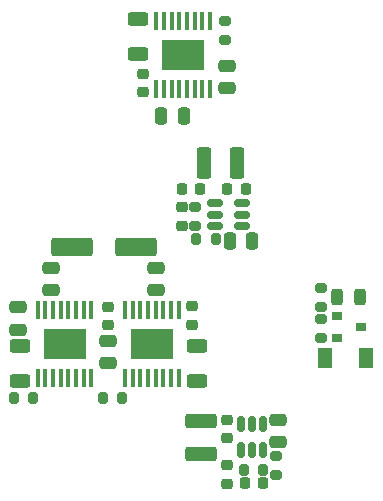
<source format=gbr>
%TF.GenerationSoftware,KiCad,Pcbnew,(6.0.5)*%
%TF.CreationDate,2022-06-06T15:53:17-04:00*%
%TF.ProjectId,NoU2,4e6f5532-2e6b-4696-9361-645f70636258,rev?*%
%TF.SameCoordinates,Original*%
%TF.FileFunction,Paste,Top*%
%TF.FilePolarity,Positive*%
%FSLAX46Y46*%
G04 Gerber Fmt 4.6, Leading zero omitted, Abs format (unit mm)*
G04 Created by KiCad (PCBNEW (6.0.5)) date 2022-06-06 15:53:17*
%MOMM*%
%LPD*%
G01*
G04 APERTURE LIST*
G04 Aperture macros list*
%AMRoundRect*
0 Rectangle with rounded corners*
0 $1 Rounding radius*
0 $2 $3 $4 $5 $6 $7 $8 $9 X,Y pos of 4 corners*
0 Add a 4 corners polygon primitive as box body*
4,1,4,$2,$3,$4,$5,$6,$7,$8,$9,$2,$3,0*
0 Add four circle primitives for the rounded corners*
1,1,$1+$1,$2,$3*
1,1,$1+$1,$4,$5*
1,1,$1+$1,$6,$7*
1,1,$1+$1,$8,$9*
0 Add four rect primitives between the rounded corners*
20,1,$1+$1,$2,$3,$4,$5,0*
20,1,$1+$1,$4,$5,$6,$7,0*
20,1,$1+$1,$6,$7,$8,$9,0*
20,1,$1+$1,$8,$9,$2,$3,0*%
G04 Aperture macros list end*
%ADD10RoundRect,0.250000X-0.475000X0.250000X-0.475000X-0.250000X0.475000X-0.250000X0.475000X0.250000X0*%
%ADD11R,3.556000X2.540000*%
%ADD12RoundRect,0.100000X0.100000X-0.687500X0.100000X0.687500X-0.100000X0.687500X-0.100000X-0.687500X0*%
%ADD13RoundRect,0.225000X-0.250000X0.225000X-0.250000X-0.225000X0.250000X-0.225000X0.250000X0.225000X0*%
%ADD14RoundRect,0.250000X0.475000X-0.250000X0.475000X0.250000X-0.475000X0.250000X-0.475000X-0.250000X0*%
%ADD15RoundRect,0.225000X0.250000X-0.225000X0.250000X0.225000X-0.250000X0.225000X-0.250000X-0.225000X0*%
%ADD16RoundRect,0.225000X0.225000X0.250000X-0.225000X0.250000X-0.225000X-0.250000X0.225000X-0.250000X0*%
%ADD17RoundRect,0.250000X-0.250000X-0.475000X0.250000X-0.475000X0.250000X0.475000X-0.250000X0.475000X0*%
%ADD18RoundRect,0.225000X-0.225000X-0.250000X0.225000X-0.250000X0.225000X0.250000X-0.225000X0.250000X0*%
%ADD19R,1.300000X1.700000*%
%ADD20RoundRect,0.250000X-1.075000X0.375000X-1.075000X-0.375000X1.075000X-0.375000X1.075000X0.375000X0*%
%ADD21RoundRect,0.250000X0.375000X1.075000X-0.375000X1.075000X-0.375000X-1.075000X0.375000X-1.075000X0*%
%ADD22R,0.900000X0.800000*%
%ADD23RoundRect,0.200000X-0.200000X-0.275000X0.200000X-0.275000X0.200000X0.275000X-0.200000X0.275000X0*%
%ADD24RoundRect,0.200000X0.275000X-0.200000X0.275000X0.200000X-0.275000X0.200000X-0.275000X-0.200000X0*%
%ADD25RoundRect,0.200000X-0.275000X0.200000X-0.275000X-0.200000X0.275000X-0.200000X0.275000X0.200000X0*%
%ADD26RoundRect,0.249997X-0.625003X0.312503X-0.625003X-0.312503X0.625003X-0.312503X0.625003X0.312503X0*%
%ADD27RoundRect,0.249997X0.625003X-0.312503X0.625003X0.312503X-0.625003X0.312503X-0.625003X-0.312503X0*%
%ADD28RoundRect,0.200000X0.200000X0.275000X-0.200000X0.275000X-0.200000X-0.275000X0.200000X-0.275000X0*%
%ADD29RoundRect,0.100000X-0.100000X0.687500X-0.100000X-0.687500X0.100000X-0.687500X0.100000X0.687500X0*%
%ADD30RoundRect,0.243750X-0.243750X-0.456250X0.243750X-0.456250X0.243750X0.456250X-0.243750X0.456250X0*%
%ADD31RoundRect,0.150000X0.150000X-0.512500X0.150000X0.512500X-0.150000X0.512500X-0.150000X-0.512500X0*%
%ADD32RoundRect,0.250000X1.500000X0.550000X-1.500000X0.550000X-1.500000X-0.550000X1.500000X-0.550000X0*%
%ADD33RoundRect,0.150000X-0.512500X-0.150000X0.512500X-0.150000X0.512500X0.150000X-0.512500X0.150000X0*%
G04 APERTURE END LIST*
D10*
%TO.C,C8*%
X104549140Y-135102760D03*
X104549140Y-137002760D03*
%TD*%
D11*
%TO.C,U1*%
X108495000Y-138227000D03*
D12*
X106220000Y-141089500D03*
X106870000Y-141089500D03*
X107520000Y-141089500D03*
X108170000Y-141089500D03*
X108820000Y-141089500D03*
X109470000Y-141089500D03*
X110120000Y-141089500D03*
X110770000Y-141089500D03*
X110770000Y-135364500D03*
X110120000Y-135364500D03*
X109470000Y-135364500D03*
X108820000Y-135364500D03*
X108170000Y-135364500D03*
X107520000Y-135364500D03*
X106870000Y-135364500D03*
X106220000Y-135364500D03*
%TD*%
D13*
%TO.C,C1*%
X122225000Y-144640200D03*
X122225000Y-146190200D03*
%TD*%
D14*
%TO.C,C2*%
X126606500Y-146543000D03*
X126606500Y-144643000D03*
%TD*%
D15*
%TO.C,C3*%
X122225000Y-150025600D03*
X122225000Y-148475600D03*
%TD*%
D16*
%TO.C,C4*%
X125286000Y-150012600D03*
X123736000Y-150012600D03*
%TD*%
D13*
%TO.C,C5*%
X112192000Y-135039000D03*
X112192000Y-136589000D03*
%TD*%
%TO.C,C6*%
X119301460Y-135023760D03*
X119301460Y-136573760D03*
%TD*%
D15*
%TO.C,C7*%
X115113000Y-116904000D03*
X115113000Y-115354000D03*
%TD*%
D10*
%TO.C,C9*%
X112166600Y-137939940D03*
X112166600Y-139839940D03*
%TD*%
D14*
%TO.C,C10*%
X122225000Y-116571000D03*
X122225000Y-114671000D03*
%TD*%
D16*
%TO.C,C11*%
X123838200Y-125095200D03*
X122288200Y-125095200D03*
%TD*%
D17*
%TO.C,C12*%
X122481500Y-129527500D03*
X124381500Y-129527500D03*
%TD*%
D18*
%TO.C,C13*%
X118402000Y-125095200D03*
X119952000Y-125095200D03*
%TD*%
D15*
%TO.C,C14*%
X118440400Y-128181600D03*
X118440400Y-126631600D03*
%TD*%
D14*
%TO.C,C22*%
X107366000Y-133639800D03*
X107366000Y-131739800D03*
%TD*%
%TO.C,C23*%
X116230600Y-133639800D03*
X116230600Y-131739800D03*
%TD*%
D17*
%TO.C,C24*%
X116703000Y-118923000D03*
X118603000Y-118923000D03*
%TD*%
D19*
%TO.C,D2*%
X130533400Y-139395400D03*
X134033400Y-139395400D03*
%TD*%
D20*
%TO.C,L1*%
X120066000Y-144701000D03*
X120066000Y-147501000D03*
%TD*%
D21*
%TO.C,L2*%
X123117000Y-122860000D03*
X120317000Y-122860000D03*
%TD*%
D22*
%TO.C,Q1*%
X131562800Y-135829200D03*
X131562800Y-137729200D03*
X133562800Y-136779200D03*
%TD*%
D23*
%TO.C,R1*%
X123686000Y-148895000D03*
X125336000Y-148895000D03*
%TD*%
D24*
%TO.C,R2*%
X126390600Y-149339000D03*
X126390600Y-147689000D03*
%TD*%
D25*
%TO.C,R3*%
X119558000Y-126569400D03*
X119558000Y-128219400D03*
%TD*%
D23*
%TO.C,R4*%
X119647400Y-129286200D03*
X121297400Y-129286200D03*
%TD*%
D24*
%TO.C,R5*%
X130175200Y-135089600D03*
X130175200Y-133439600D03*
%TD*%
D26*
%TO.C,R6*%
X104699000Y-138415500D03*
X104699000Y-141340500D03*
%TD*%
%TO.C,R7*%
X119685000Y-138415500D03*
X119685000Y-141340500D03*
%TD*%
D27*
%TO.C,R8*%
X114732000Y-113654500D03*
X114732000Y-110729500D03*
%TD*%
D25*
%TO.C,R9*%
X122098000Y-110859000D03*
X122098000Y-112509000D03*
%TD*%
D28*
%TO.C,R10*%
X113398000Y-142773600D03*
X111748000Y-142773600D03*
%TD*%
%TO.C,R11*%
X105854200Y-142773600D03*
X104204200Y-142773600D03*
%TD*%
D24*
%TO.C,R12*%
X130175200Y-137731200D03*
X130175200Y-136081200D03*
%TD*%
D11*
%TO.C,U2*%
X118542000Y-113716000D03*
D29*
X120817000Y-110853500D03*
X120167000Y-110853500D03*
X119517000Y-110853500D03*
X118867000Y-110853500D03*
X118217000Y-110853500D03*
X117567000Y-110853500D03*
X116917000Y-110853500D03*
X116267000Y-110853500D03*
X116267000Y-116578500D03*
X116917000Y-116578500D03*
X117567000Y-116578500D03*
X118217000Y-116578500D03*
X118867000Y-116578500D03*
X119517000Y-116578500D03*
X120167000Y-116578500D03*
X120817000Y-116578500D03*
%TD*%
D11*
%TO.C,U3*%
X115875000Y-138227000D03*
D12*
X113600000Y-141089500D03*
X114250000Y-141089500D03*
X114900000Y-141089500D03*
X115550000Y-141089500D03*
X116200000Y-141089500D03*
X116850000Y-141089500D03*
X117500000Y-141089500D03*
X118150000Y-141089500D03*
X118150000Y-135364500D03*
X117500000Y-135364500D03*
X116850000Y-135364500D03*
X116200000Y-135364500D03*
X115550000Y-135364500D03*
X114900000Y-135364500D03*
X114250000Y-135364500D03*
X113600000Y-135364500D03*
%TD*%
D30*
%TO.C,D1*%
X131599900Y-134188400D03*
X133474900Y-134188400D03*
%TD*%
D31*
%TO.C,U10*%
X123408600Y-147213100D03*
X124358600Y-147213100D03*
X125308600Y-147213100D03*
X125308600Y-144938100D03*
X124358600Y-144938100D03*
X123408600Y-144938100D03*
%TD*%
D32*
%TO.C,C17*%
X114536400Y-129997400D03*
X109136400Y-129997400D03*
%TD*%
D33*
%TO.C,U11*%
X121262500Y-126300000D03*
X121262500Y-127250000D03*
X121262500Y-128200000D03*
X123537500Y-128200000D03*
X123537500Y-127250000D03*
X123537500Y-126300000D03*
%TD*%
M02*

</source>
